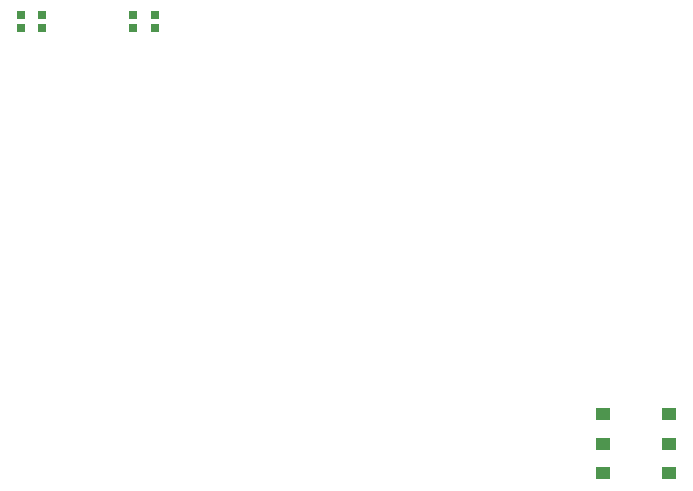
<source format=gbr>
G04 EAGLE Gerber RS-274X export*
G75*
%MOMM*%
%FSLAX34Y34*%
%LPD*%
%INSolderpaste Top*%
%IPPOS*%
%AMOC8*
5,1,8,0,0,1.08239X$1,22.5*%
G01*
%ADD10R,1.150000X1.000000*%
%ADD11R,0.700000X0.700000*%


D10*
X388469Y1715688D03*
X388469Y1690688D03*
X388469Y1665688D03*
X444969Y1715688D03*
X444969Y1690688D03*
X444969Y1665688D03*
D11*
X9150Y2042375D03*
X9150Y2053375D03*
X-9150Y2053375D03*
X-9150Y2042375D03*
X-86100Y2042375D03*
X-86100Y2053375D03*
X-104400Y2053375D03*
X-104400Y2042375D03*
M02*

</source>
